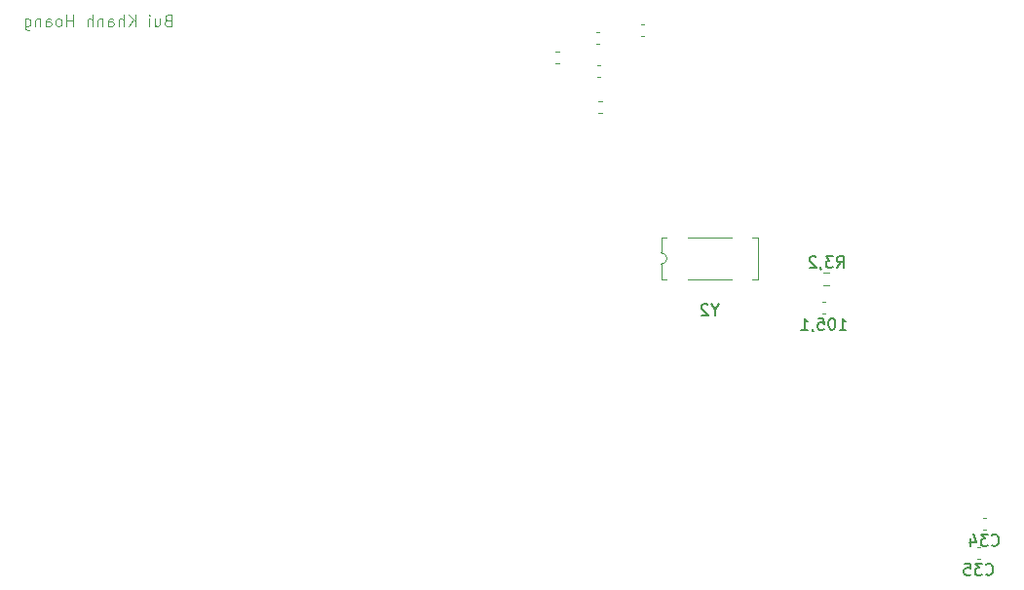
<source format=gbr>
%TF.GenerationSoftware,KiCad,Pcbnew,8.0.4*%
%TF.CreationDate,2024-09-29T16:10:45+07:00*%
%TF.ProjectId,Schematic_editted,53636865-6d61-4746-9963-5f6564697474,rev?*%
%TF.SameCoordinates,Original*%
%TF.FileFunction,Legend,Bot*%
%TF.FilePolarity,Positive*%
%FSLAX46Y46*%
G04 Gerber Fmt 4.6, Leading zero omitted, Abs format (unit mm)*
G04 Created by KiCad (PCBNEW 8.0.4) date 2024-09-29 16:10:45*
%MOMM*%
%LPD*%
G01*
G04 APERTURE LIST*
%ADD10C,0.100000*%
%ADD11C,0.150000*%
%ADD12C,0.120000*%
G04 APERTURE END LIST*
D10*
X104772782Y-70468609D02*
X104629925Y-70516228D01*
X104629925Y-70516228D02*
X104582306Y-70563847D01*
X104582306Y-70563847D02*
X104534687Y-70659085D01*
X104534687Y-70659085D02*
X104534687Y-70801942D01*
X104534687Y-70801942D02*
X104582306Y-70897180D01*
X104582306Y-70897180D02*
X104629925Y-70944800D01*
X104629925Y-70944800D02*
X104725163Y-70992419D01*
X104725163Y-70992419D02*
X105106115Y-70992419D01*
X105106115Y-70992419D02*
X105106115Y-69992419D01*
X105106115Y-69992419D02*
X104772782Y-69992419D01*
X104772782Y-69992419D02*
X104677544Y-70040038D01*
X104677544Y-70040038D02*
X104629925Y-70087657D01*
X104629925Y-70087657D02*
X104582306Y-70182895D01*
X104582306Y-70182895D02*
X104582306Y-70278133D01*
X104582306Y-70278133D02*
X104629925Y-70373371D01*
X104629925Y-70373371D02*
X104677544Y-70420990D01*
X104677544Y-70420990D02*
X104772782Y-70468609D01*
X104772782Y-70468609D02*
X105106115Y-70468609D01*
X103677544Y-70325752D02*
X103677544Y-70992419D01*
X104106115Y-70325752D02*
X104106115Y-70849561D01*
X104106115Y-70849561D02*
X104058496Y-70944800D01*
X104058496Y-70944800D02*
X103963258Y-70992419D01*
X103963258Y-70992419D02*
X103820401Y-70992419D01*
X103820401Y-70992419D02*
X103725163Y-70944800D01*
X103725163Y-70944800D02*
X103677544Y-70897180D01*
X103201353Y-70992419D02*
X103201353Y-70325752D01*
X103201353Y-69992419D02*
X103248972Y-70040038D01*
X103248972Y-70040038D02*
X103201353Y-70087657D01*
X103201353Y-70087657D02*
X103153734Y-70040038D01*
X103153734Y-70040038D02*
X103201353Y-69992419D01*
X103201353Y-69992419D02*
X103201353Y-70087657D01*
X101963258Y-70992419D02*
X101963258Y-69992419D01*
X101391830Y-70992419D02*
X101820401Y-70420990D01*
X101391830Y-69992419D02*
X101963258Y-70563847D01*
X100963258Y-70992419D02*
X100963258Y-69992419D01*
X100534687Y-70992419D02*
X100534687Y-70468609D01*
X100534687Y-70468609D02*
X100582306Y-70373371D01*
X100582306Y-70373371D02*
X100677544Y-70325752D01*
X100677544Y-70325752D02*
X100820401Y-70325752D01*
X100820401Y-70325752D02*
X100915639Y-70373371D01*
X100915639Y-70373371D02*
X100963258Y-70420990D01*
X99629925Y-70992419D02*
X99629925Y-70468609D01*
X99629925Y-70468609D02*
X99677544Y-70373371D01*
X99677544Y-70373371D02*
X99772782Y-70325752D01*
X99772782Y-70325752D02*
X99963258Y-70325752D01*
X99963258Y-70325752D02*
X100058496Y-70373371D01*
X99629925Y-70944800D02*
X99725163Y-70992419D01*
X99725163Y-70992419D02*
X99963258Y-70992419D01*
X99963258Y-70992419D02*
X100058496Y-70944800D01*
X100058496Y-70944800D02*
X100106115Y-70849561D01*
X100106115Y-70849561D02*
X100106115Y-70754323D01*
X100106115Y-70754323D02*
X100058496Y-70659085D01*
X100058496Y-70659085D02*
X99963258Y-70611466D01*
X99963258Y-70611466D02*
X99725163Y-70611466D01*
X99725163Y-70611466D02*
X99629925Y-70563847D01*
X99153734Y-70325752D02*
X99153734Y-70992419D01*
X99153734Y-70420990D02*
X99106115Y-70373371D01*
X99106115Y-70373371D02*
X99010877Y-70325752D01*
X99010877Y-70325752D02*
X98868020Y-70325752D01*
X98868020Y-70325752D02*
X98772782Y-70373371D01*
X98772782Y-70373371D02*
X98725163Y-70468609D01*
X98725163Y-70468609D02*
X98725163Y-70992419D01*
X98248972Y-70992419D02*
X98248972Y-69992419D01*
X97820401Y-70992419D02*
X97820401Y-70468609D01*
X97820401Y-70468609D02*
X97868020Y-70373371D01*
X97868020Y-70373371D02*
X97963258Y-70325752D01*
X97963258Y-70325752D02*
X98106115Y-70325752D01*
X98106115Y-70325752D02*
X98201353Y-70373371D01*
X98201353Y-70373371D02*
X98248972Y-70420990D01*
X96582305Y-70992419D02*
X96582305Y-69992419D01*
X96582305Y-70468609D02*
X96010877Y-70468609D01*
X96010877Y-70992419D02*
X96010877Y-69992419D01*
X95391829Y-70992419D02*
X95487067Y-70944800D01*
X95487067Y-70944800D02*
X95534686Y-70897180D01*
X95534686Y-70897180D02*
X95582305Y-70801942D01*
X95582305Y-70801942D02*
X95582305Y-70516228D01*
X95582305Y-70516228D02*
X95534686Y-70420990D01*
X95534686Y-70420990D02*
X95487067Y-70373371D01*
X95487067Y-70373371D02*
X95391829Y-70325752D01*
X95391829Y-70325752D02*
X95248972Y-70325752D01*
X95248972Y-70325752D02*
X95153734Y-70373371D01*
X95153734Y-70373371D02*
X95106115Y-70420990D01*
X95106115Y-70420990D02*
X95058496Y-70516228D01*
X95058496Y-70516228D02*
X95058496Y-70801942D01*
X95058496Y-70801942D02*
X95106115Y-70897180D01*
X95106115Y-70897180D02*
X95153734Y-70944800D01*
X95153734Y-70944800D02*
X95248972Y-70992419D01*
X95248972Y-70992419D02*
X95391829Y-70992419D01*
X94201353Y-70992419D02*
X94201353Y-70468609D01*
X94201353Y-70468609D02*
X94248972Y-70373371D01*
X94248972Y-70373371D02*
X94344210Y-70325752D01*
X94344210Y-70325752D02*
X94534686Y-70325752D01*
X94534686Y-70325752D02*
X94629924Y-70373371D01*
X94201353Y-70944800D02*
X94296591Y-70992419D01*
X94296591Y-70992419D02*
X94534686Y-70992419D01*
X94534686Y-70992419D02*
X94629924Y-70944800D01*
X94629924Y-70944800D02*
X94677543Y-70849561D01*
X94677543Y-70849561D02*
X94677543Y-70754323D01*
X94677543Y-70754323D02*
X94629924Y-70659085D01*
X94629924Y-70659085D02*
X94534686Y-70611466D01*
X94534686Y-70611466D02*
X94296591Y-70611466D01*
X94296591Y-70611466D02*
X94201353Y-70563847D01*
X93725162Y-70325752D02*
X93725162Y-70992419D01*
X93725162Y-70420990D02*
X93677543Y-70373371D01*
X93677543Y-70373371D02*
X93582305Y-70325752D01*
X93582305Y-70325752D02*
X93439448Y-70325752D01*
X93439448Y-70325752D02*
X93344210Y-70373371D01*
X93344210Y-70373371D02*
X93296591Y-70468609D01*
X93296591Y-70468609D02*
X93296591Y-70992419D01*
X92391829Y-70325752D02*
X92391829Y-71135276D01*
X92391829Y-71135276D02*
X92439448Y-71230514D01*
X92439448Y-71230514D02*
X92487067Y-71278133D01*
X92487067Y-71278133D02*
X92582305Y-71325752D01*
X92582305Y-71325752D02*
X92725162Y-71325752D01*
X92725162Y-71325752D02*
X92820400Y-71278133D01*
X92391829Y-70944800D02*
X92487067Y-70992419D01*
X92487067Y-70992419D02*
X92677543Y-70992419D01*
X92677543Y-70992419D02*
X92772781Y-70944800D01*
X92772781Y-70944800D02*
X92820400Y-70897180D01*
X92820400Y-70897180D02*
X92868019Y-70801942D01*
X92868019Y-70801942D02*
X92868019Y-70516228D01*
X92868019Y-70516228D02*
X92820400Y-70420990D01*
X92820400Y-70420990D02*
X92772781Y-70373371D01*
X92772781Y-70373371D02*
X92677543Y-70325752D01*
X92677543Y-70325752D02*
X92487067Y-70325752D01*
X92487067Y-70325752D02*
X92391829Y-70373371D01*
D11*
X163176952Y-97392819D02*
X163748380Y-97392819D01*
X163462666Y-97392819D02*
X163462666Y-96392819D01*
X163462666Y-96392819D02*
X163557904Y-96535676D01*
X163557904Y-96535676D02*
X163653142Y-96630914D01*
X163653142Y-96630914D02*
X163748380Y-96678533D01*
X162557904Y-96392819D02*
X162462666Y-96392819D01*
X162462666Y-96392819D02*
X162367428Y-96440438D01*
X162367428Y-96440438D02*
X162319809Y-96488057D01*
X162319809Y-96488057D02*
X162272190Y-96583295D01*
X162272190Y-96583295D02*
X162224571Y-96773771D01*
X162224571Y-96773771D02*
X162224571Y-97011866D01*
X162224571Y-97011866D02*
X162272190Y-97202342D01*
X162272190Y-97202342D02*
X162319809Y-97297580D01*
X162319809Y-97297580D02*
X162367428Y-97345200D01*
X162367428Y-97345200D02*
X162462666Y-97392819D01*
X162462666Y-97392819D02*
X162557904Y-97392819D01*
X162557904Y-97392819D02*
X162653142Y-97345200D01*
X162653142Y-97345200D02*
X162700761Y-97297580D01*
X162700761Y-97297580D02*
X162748380Y-97202342D01*
X162748380Y-97202342D02*
X162795999Y-97011866D01*
X162795999Y-97011866D02*
X162795999Y-96773771D01*
X162795999Y-96773771D02*
X162748380Y-96583295D01*
X162748380Y-96583295D02*
X162700761Y-96488057D01*
X162700761Y-96488057D02*
X162653142Y-96440438D01*
X162653142Y-96440438D02*
X162557904Y-96392819D01*
X161319809Y-96392819D02*
X161795999Y-96392819D01*
X161795999Y-96392819D02*
X161843618Y-96869009D01*
X161843618Y-96869009D02*
X161795999Y-96821390D01*
X161795999Y-96821390D02*
X161700761Y-96773771D01*
X161700761Y-96773771D02*
X161462666Y-96773771D01*
X161462666Y-96773771D02*
X161367428Y-96821390D01*
X161367428Y-96821390D02*
X161319809Y-96869009D01*
X161319809Y-96869009D02*
X161272190Y-96964247D01*
X161272190Y-96964247D02*
X161272190Y-97202342D01*
X161272190Y-97202342D02*
X161319809Y-97297580D01*
X161319809Y-97297580D02*
X161367428Y-97345200D01*
X161367428Y-97345200D02*
X161462666Y-97392819D01*
X161462666Y-97392819D02*
X161700761Y-97392819D01*
X161700761Y-97392819D02*
X161795999Y-97345200D01*
X161795999Y-97345200D02*
X161843618Y-97297580D01*
X160795999Y-97345200D02*
X160795999Y-97392819D01*
X160795999Y-97392819D02*
X160843618Y-97488057D01*
X160843618Y-97488057D02*
X160891237Y-97535676D01*
X159843619Y-97392819D02*
X160415047Y-97392819D01*
X160129333Y-97392819D02*
X160129333Y-96392819D01*
X160129333Y-96392819D02*
X160224571Y-96535676D01*
X160224571Y-96535676D02*
X160319809Y-96630914D01*
X160319809Y-96630914D02*
X160415047Y-96678533D01*
X162930952Y-91992819D02*
X163264285Y-91516628D01*
X163502380Y-91992819D02*
X163502380Y-90992819D01*
X163502380Y-90992819D02*
X163121428Y-90992819D01*
X163121428Y-90992819D02*
X163026190Y-91040438D01*
X163026190Y-91040438D02*
X162978571Y-91088057D01*
X162978571Y-91088057D02*
X162930952Y-91183295D01*
X162930952Y-91183295D02*
X162930952Y-91326152D01*
X162930952Y-91326152D02*
X162978571Y-91421390D01*
X162978571Y-91421390D02*
X163026190Y-91469009D01*
X163026190Y-91469009D02*
X163121428Y-91516628D01*
X163121428Y-91516628D02*
X163502380Y-91516628D01*
X162597618Y-90992819D02*
X161978571Y-90992819D01*
X161978571Y-90992819D02*
X162311904Y-91373771D01*
X162311904Y-91373771D02*
X162169047Y-91373771D01*
X162169047Y-91373771D02*
X162073809Y-91421390D01*
X162073809Y-91421390D02*
X162026190Y-91469009D01*
X162026190Y-91469009D02*
X161978571Y-91564247D01*
X161978571Y-91564247D02*
X161978571Y-91802342D01*
X161978571Y-91802342D02*
X162026190Y-91897580D01*
X162026190Y-91897580D02*
X162073809Y-91945200D01*
X162073809Y-91945200D02*
X162169047Y-91992819D01*
X162169047Y-91992819D02*
X162454761Y-91992819D01*
X162454761Y-91992819D02*
X162549999Y-91945200D01*
X162549999Y-91945200D02*
X162597618Y-91897580D01*
X161502380Y-91945200D02*
X161502380Y-91992819D01*
X161502380Y-91992819D02*
X161549999Y-92088057D01*
X161549999Y-92088057D02*
X161597618Y-92135676D01*
X161121428Y-91088057D02*
X161073809Y-91040438D01*
X161073809Y-91040438D02*
X160978571Y-90992819D01*
X160978571Y-90992819D02*
X160740476Y-90992819D01*
X160740476Y-90992819D02*
X160645238Y-91040438D01*
X160645238Y-91040438D02*
X160597619Y-91088057D01*
X160597619Y-91088057D02*
X160550000Y-91183295D01*
X160550000Y-91183295D02*
X160550000Y-91278533D01*
X160550000Y-91278533D02*
X160597619Y-91421390D01*
X160597619Y-91421390D02*
X161169047Y-91992819D01*
X161169047Y-91992819D02*
X160550000Y-91992819D01*
X175902857Y-118629580D02*
X175950476Y-118677200D01*
X175950476Y-118677200D02*
X176093333Y-118724819D01*
X176093333Y-118724819D02*
X176188571Y-118724819D01*
X176188571Y-118724819D02*
X176331428Y-118677200D01*
X176331428Y-118677200D02*
X176426666Y-118581961D01*
X176426666Y-118581961D02*
X176474285Y-118486723D01*
X176474285Y-118486723D02*
X176521904Y-118296247D01*
X176521904Y-118296247D02*
X176521904Y-118153390D01*
X176521904Y-118153390D02*
X176474285Y-117962914D01*
X176474285Y-117962914D02*
X176426666Y-117867676D01*
X176426666Y-117867676D02*
X176331428Y-117772438D01*
X176331428Y-117772438D02*
X176188571Y-117724819D01*
X176188571Y-117724819D02*
X176093333Y-117724819D01*
X176093333Y-117724819D02*
X175950476Y-117772438D01*
X175950476Y-117772438D02*
X175902857Y-117820057D01*
X175569523Y-117724819D02*
X174950476Y-117724819D01*
X174950476Y-117724819D02*
X175283809Y-118105771D01*
X175283809Y-118105771D02*
X175140952Y-118105771D01*
X175140952Y-118105771D02*
X175045714Y-118153390D01*
X175045714Y-118153390D02*
X174998095Y-118201009D01*
X174998095Y-118201009D02*
X174950476Y-118296247D01*
X174950476Y-118296247D02*
X174950476Y-118534342D01*
X174950476Y-118534342D02*
X174998095Y-118629580D01*
X174998095Y-118629580D02*
X175045714Y-118677200D01*
X175045714Y-118677200D02*
X175140952Y-118724819D01*
X175140952Y-118724819D02*
X175426666Y-118724819D01*
X175426666Y-118724819D02*
X175521904Y-118677200D01*
X175521904Y-118677200D02*
X175569523Y-118629580D01*
X174045714Y-117724819D02*
X174521904Y-117724819D01*
X174521904Y-117724819D02*
X174569523Y-118201009D01*
X174569523Y-118201009D02*
X174521904Y-118153390D01*
X174521904Y-118153390D02*
X174426666Y-118105771D01*
X174426666Y-118105771D02*
X174188571Y-118105771D01*
X174188571Y-118105771D02*
X174093333Y-118153390D01*
X174093333Y-118153390D02*
X174045714Y-118201009D01*
X174045714Y-118201009D02*
X173998095Y-118296247D01*
X173998095Y-118296247D02*
X173998095Y-118534342D01*
X173998095Y-118534342D02*
X174045714Y-118629580D01*
X174045714Y-118629580D02*
X174093333Y-118677200D01*
X174093333Y-118677200D02*
X174188571Y-118724819D01*
X174188571Y-118724819D02*
X174426666Y-118724819D01*
X174426666Y-118724819D02*
X174521904Y-118677200D01*
X174521904Y-118677200D02*
X174569523Y-118629580D01*
X176397857Y-116089580D02*
X176445476Y-116137200D01*
X176445476Y-116137200D02*
X176588333Y-116184819D01*
X176588333Y-116184819D02*
X176683571Y-116184819D01*
X176683571Y-116184819D02*
X176826428Y-116137200D01*
X176826428Y-116137200D02*
X176921666Y-116041961D01*
X176921666Y-116041961D02*
X176969285Y-115946723D01*
X176969285Y-115946723D02*
X177016904Y-115756247D01*
X177016904Y-115756247D02*
X177016904Y-115613390D01*
X177016904Y-115613390D02*
X176969285Y-115422914D01*
X176969285Y-115422914D02*
X176921666Y-115327676D01*
X176921666Y-115327676D02*
X176826428Y-115232438D01*
X176826428Y-115232438D02*
X176683571Y-115184819D01*
X176683571Y-115184819D02*
X176588333Y-115184819D01*
X176588333Y-115184819D02*
X176445476Y-115232438D01*
X176445476Y-115232438D02*
X176397857Y-115280057D01*
X176064523Y-115184819D02*
X175445476Y-115184819D01*
X175445476Y-115184819D02*
X175778809Y-115565771D01*
X175778809Y-115565771D02*
X175635952Y-115565771D01*
X175635952Y-115565771D02*
X175540714Y-115613390D01*
X175540714Y-115613390D02*
X175493095Y-115661009D01*
X175493095Y-115661009D02*
X175445476Y-115756247D01*
X175445476Y-115756247D02*
X175445476Y-115994342D01*
X175445476Y-115994342D02*
X175493095Y-116089580D01*
X175493095Y-116089580D02*
X175540714Y-116137200D01*
X175540714Y-116137200D02*
X175635952Y-116184819D01*
X175635952Y-116184819D02*
X175921666Y-116184819D01*
X175921666Y-116184819D02*
X176016904Y-116137200D01*
X176016904Y-116137200D02*
X176064523Y-116089580D01*
X174588333Y-115518152D02*
X174588333Y-116184819D01*
X174826428Y-115137200D02*
X175064523Y-115851485D01*
X175064523Y-115851485D02*
X174445476Y-115851485D01*
X152345190Y-95668628D02*
X152345190Y-96144819D01*
X152678523Y-95144819D02*
X152345190Y-95668628D01*
X152345190Y-95668628D02*
X152011857Y-95144819D01*
X151726142Y-95240057D02*
X151678523Y-95192438D01*
X151678523Y-95192438D02*
X151583285Y-95144819D01*
X151583285Y-95144819D02*
X151345190Y-95144819D01*
X151345190Y-95144819D02*
X151249952Y-95192438D01*
X151249952Y-95192438D02*
X151202333Y-95240057D01*
X151202333Y-95240057D02*
X151154714Y-95335295D01*
X151154714Y-95335295D02*
X151154714Y-95430533D01*
X151154714Y-95430533D02*
X151202333Y-95573390D01*
X151202333Y-95573390D02*
X151773761Y-96144819D01*
X151773761Y-96144819D02*
X151154714Y-96144819D01*
D12*
%TO.C,105\u002C1*%
X161936580Y-96018000D02*
X161655420Y-96018000D01*
X161936580Y-94998000D02*
X161655420Y-94998000D01*
%TO.C,R3\u002C2*%
X161795276Y-93490500D02*
X162304724Y-93490500D01*
X161795276Y-92445500D02*
X162304724Y-92445500D01*
%TO.C,C35*%
X175400580Y-116330000D02*
X175119420Y-116330000D01*
X175400580Y-117350000D02*
X175119420Y-117350000D01*
%TO.C,104\u002C2*%
X142224420Y-77497400D02*
X142505580Y-77497400D01*
X142224420Y-78517400D02*
X142505580Y-78517400D01*
%TO.C,C9*%
X142097420Y-74424000D02*
X142378580Y-74424000D01*
X142097420Y-75444000D02*
X142378580Y-75444000D01*
%TO.C,C2*%
X142046620Y-71503000D02*
X142327780Y-71503000D01*
X142046620Y-72523000D02*
X142327780Y-72523000D01*
%TO.C,C1*%
X146188580Y-71888000D02*
X145907420Y-71888000D01*
X146188580Y-70868000D02*
X145907420Y-70868000D01*
%TO.C,104\u002C4*%
X138522733Y-73212250D02*
X138815267Y-73212250D01*
X138522733Y-74232250D02*
X138815267Y-74232250D01*
%TO.C,C34*%
X175895580Y-113790000D02*
X175614420Y-113790000D01*
X175895580Y-114810000D02*
X175614420Y-114810000D01*
%TO.C,Y2*%
X156069000Y-89390000D02*
X156069000Y-92990000D01*
X156069000Y-92990000D02*
X155599000Y-92990000D01*
X153769000Y-92990000D02*
X149969000Y-92990000D01*
X148139000Y-92990000D02*
X147669000Y-92990000D01*
X147669000Y-92990000D02*
X147669000Y-91690000D01*
X155599000Y-89390000D02*
X156069000Y-89390000D01*
X149969000Y-89390000D02*
X153769000Y-89390000D01*
X147669000Y-90690000D02*
X147669000Y-89390000D01*
X148139000Y-89390000D02*
X147669000Y-89390000D01*
X147669000Y-90690000D02*
G75*
G02*
X147669000Y-91690000I0J-500000D01*
G01*
%TD*%
M02*

</source>
